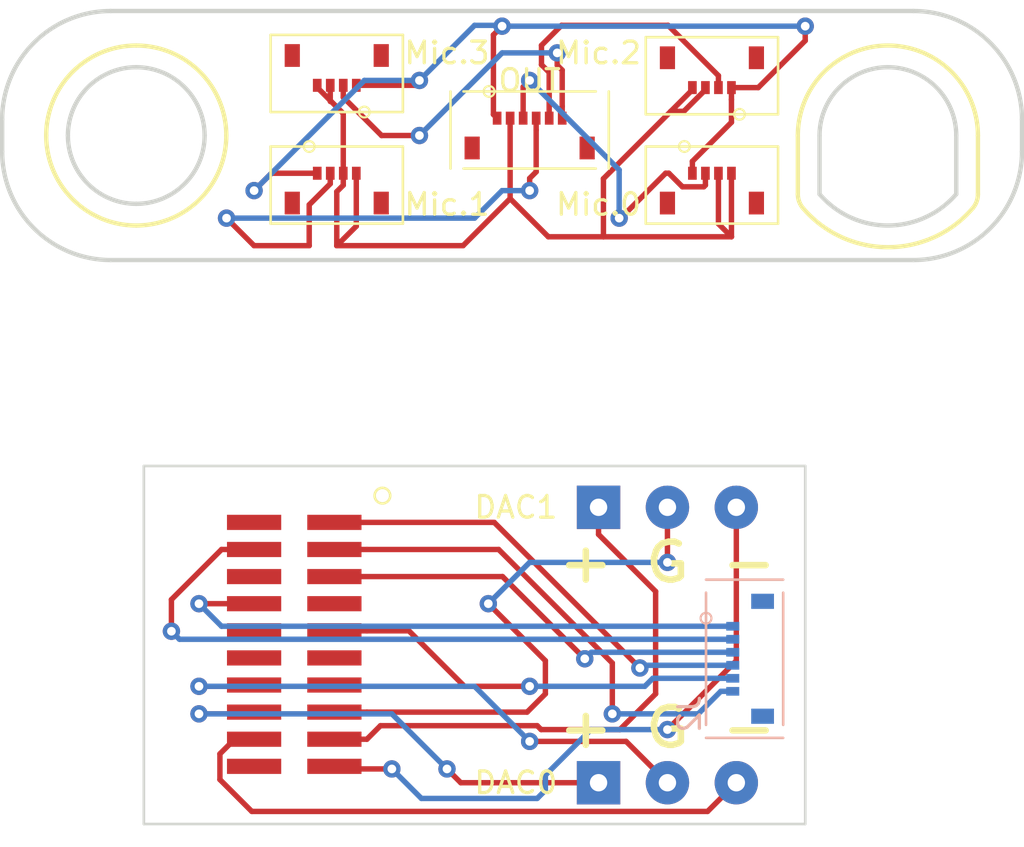
<source format=kicad_pcb>
(kicad_pcb (version 20171130) (host pcbnew "(5.1.4)-1")

  (general
    (thickness 1.6)
    (drawings 32)
    (tracks 185)
    (zones 0)
    (modules 9)
    (nets 27)
  )

  (page A4)
  (layers
    (0 F.Cu signal)
    (31 B.Cu signal)
    (32 B.Adhes user)
    (33 F.Adhes user)
    (34 B.Paste user)
    (35 F.Paste user)
    (36 B.SilkS user)
    (37 F.SilkS user)
    (38 B.Mask user)
    (39 F.Mask user)
    (40 Dwgs.User user)
    (41 Cmts.User user)
    (42 Eco1.User user)
    (43 Eco2.User user)
    (44 Edge.Cuts user)
    (45 Margin user)
    (46 B.CrtYd user)
    (47 F.CrtYd user)
    (48 B.Fab user)
    (49 F.Fab user)
  )

  (setup
    (last_trace_width 0.25)
    (trace_clearance 0.2)
    (zone_clearance 0.508)
    (zone_45_only no)
    (trace_min 0.2)
    (via_size 0.8)
    (via_drill 0.4)
    (via_min_size 0.4)
    (via_min_drill 0.3)
    (uvia_size 0.3)
    (uvia_drill 0.1)
    (uvias_allowed no)
    (uvia_min_size 0.2)
    (uvia_min_drill 0.1)
    (edge_width 0.05)
    (segment_width 0.2)
    (pcb_text_width 0.3)
    (pcb_text_size 1.5 1.5)
    (mod_edge_width 0.12)
    (mod_text_size 1 1)
    (mod_text_width 0.15)
    (pad_size 1.524 1.524)
    (pad_drill 0.762)
    (pad_to_mask_clearance 0.051)
    (solder_mask_min_width 0.25)
    (aux_axis_origin 0 0)
    (visible_elements 7FFFFFFF)
    (pcbplotparams
      (layerselection 0x010fc_ffffffff)
      (usegerberextensions false)
      (usegerberattributes false)
      (usegerberadvancedattributes false)
      (creategerberjobfile false)
      (excludeedgelayer true)
      (linewidth 0.100000)
      (plotframeref false)
      (viasonmask false)
      (mode 1)
      (useauxorigin false)
      (hpglpennumber 1)
      (hpglpenspeed 20)
      (hpglpendiameter 15.000000)
      (psnegative false)
      (psa4output false)
      (plotreference true)
      (plotvalue true)
      (plotinvisibletext false)
      (padsonsilk false)
      (subtractmaskfromsilk false)
      (outputformat 1)
      (mirror false)
      (drillshape 0)
      (scaleselection 1)
      (outputdirectory "Exports/"))
  )

  (net 0 "")
  (net 1 "Net-(J1-Pad20)")
  (net 2 "Net-(J1-Pad19)")
  (net 3 "Net-(J1-Pad18)")
  (net 4 "Net-(J1-Pad17)")
  (net 5 "Net-(J1-Pad16)")
  (net 6 "Net-(J1-Pad15)")
  (net 7 "Net-(J1-Pad14)")
  (net 8 "Net-(J1-Pad13)")
  (net 9 "Net-(J1-Pad12)")
  (net 10 "Net-(J1-Pad11)")
  (net 11 "Net-(J1-Pad10)")
  (net 12 "Net-(J1-Pad9)")
  (net 13 "Net-(J1-Pad8)")
  (net 14 "Net-(J1-Pad7)")
  (net 15 "Net-(J1-Pad6)")
  (net 16 "Net-(J1-Pad5)")
  (net 17 "Net-(J1-Pad4)")
  (net 18 "Net-(J1-Pad3)")
  (net 19 "Net-(J1-Pad2)")
  (net 20 "Net-(J1-Pad1)")
  (net 21 "Net-(J3-Pad6)")
  (net 22 "Net-(J3-Pad5)")
  (net 23 "Net-(J3-Pad4)")
  (net 24 "Net-(J3-Pad3)")
  (net 25 "Net-(J3-Pad2)")
  (net 26 "Net-(J3-Pad1)")

  (net_class Default "This is the default net class."
    (clearance 0.2)
    (trace_width 0.25)
    (via_dia 0.8)
    (via_drill 0.4)
    (uvia_dia 0.3)
    (uvia_drill 0.1)
    (add_net "Net-(J1-Pad1)")
    (add_net "Net-(J1-Pad10)")
    (add_net "Net-(J1-Pad11)")
    (add_net "Net-(J1-Pad12)")
    (add_net "Net-(J1-Pad13)")
    (add_net "Net-(J1-Pad14)")
    (add_net "Net-(J1-Pad15)")
    (add_net "Net-(J1-Pad16)")
    (add_net "Net-(J1-Pad17)")
    (add_net "Net-(J1-Pad18)")
    (add_net "Net-(J1-Pad19)")
    (add_net "Net-(J1-Pad2)")
    (add_net "Net-(J1-Pad20)")
    (add_net "Net-(J1-Pad3)")
    (add_net "Net-(J1-Pad4)")
    (add_net "Net-(J1-Pad5)")
    (add_net "Net-(J1-Pad6)")
    (add_net "Net-(J1-Pad7)")
    (add_net "Net-(J1-Pad8)")
    (add_net "Net-(J1-Pad9)")
    (add_net "Net-(J3-Pad1)")
    (add_net "Net-(J3-Pad2)")
    (add_net "Net-(J3-Pad3)")
    (add_net "Net-(J3-Pad4)")
    (add_net "Net-(J3-Pad5)")
    (add_net "Net-(J3-Pad6)")
  )

  (module Gallant_Harwin:Harwin_20_vert (layer F.Cu) (tedit 5D30A11A) (tstamp 5D5D23E3)
    (at 123.77 128.875 270)
    (path /5D5C6A9D)
    (fp_text reference J1 (at -0.762 -5.596 90) (layer F.Fab)
      (effects (font (size 1 1) (thickness 0.15)))
    )
    (fp_text value Conn_02x10_Top_Bottom (at 0 6.604 90) (layer F.Fab)
      (effects (font (size 1 1) (thickness 0.15)))
    )
    (fp_circle (center -6.858 -4.064) (end -6.49879 -4.064) (layer F.SilkS) (width 0.12))
    (fp_line (start 6.35 -3.556) (end 6.35 3.302) (layer F.Fab) (width 0.05))
    (fp_line (start 6.35 3.302) (end -6.35 3.302) (layer F.Fab) (width 0.05))
    (fp_line (start -6.35 3.302) (end -6.35 -3.556) (layer F.Fab) (width 0.05))
    (fp_line (start -6.35 -3.556) (end 6.35 -3.556) (layer F.Fab) (width 0.05))
    (pad 20 smd rect (at 5.625 1.85 270) (size 0.7 2.5) (layers F.Cu F.Paste F.Mask)
      (net 1 "Net-(J1-Pad20)"))
    (pad 19 smd rect (at 4.375 1.85 270) (size 0.7 2.5) (layers F.Cu F.Paste F.Mask)
      (net 2 "Net-(J1-Pad19)"))
    (pad 18 smd rect (at 3.125 1.85 270) (size 0.7 2.5) (layers F.Cu F.Paste F.Mask)
      (net 3 "Net-(J1-Pad18)"))
    (pad 17 smd rect (at 1.875 1.85 270) (size 0.7 2.5) (layers F.Cu F.Paste F.Mask)
      (net 4 "Net-(J1-Pad17)"))
    (pad 16 smd rect (at 0.625 1.85 270) (size 0.7 2.5) (layers F.Cu F.Paste F.Mask)
      (net 5 "Net-(J1-Pad16)"))
    (pad 15 smd rect (at -0.625 1.85 270) (size 0.7 2.5) (layers F.Cu F.Paste F.Mask)
      (net 6 "Net-(J1-Pad15)"))
    (pad 14 smd rect (at -1.875 1.85 270) (size 0.7 2.5) (layers F.Cu F.Paste F.Mask)
      (net 7 "Net-(J1-Pad14)"))
    (pad 13 smd rect (at -3.125 1.85 270) (size 0.7 2.5) (layers F.Cu F.Paste F.Mask)
      (net 8 "Net-(J1-Pad13)"))
    (pad 12 smd rect (at -4.375 1.85 270) (size 0.7 2.5) (layers F.Cu F.Paste F.Mask)
      (net 9 "Net-(J1-Pad12)"))
    (pad 11 smd rect (at -5.625 1.85 270) (size 0.7 2.5) (layers F.Cu F.Paste F.Mask)
      (net 10 "Net-(J1-Pad11)"))
    (pad 10 smd rect (at 5.625 -1.85 270) (size 0.7 2.5) (layers F.Cu F.Paste F.Mask)
      (net 11 "Net-(J1-Pad10)"))
    (pad 9 smd rect (at 4.375 -1.85 270) (size 0.7 2.5) (layers F.Cu F.Paste F.Mask)
      (net 12 "Net-(J1-Pad9)"))
    (pad 8 smd rect (at 3.125 -1.85 270) (size 0.7 2.5) (layers F.Cu F.Paste F.Mask)
      (net 13 "Net-(J1-Pad8)"))
    (pad 7 smd rect (at 1.875 -1.85 270) (size 0.7 2.5) (layers F.Cu F.Paste F.Mask)
      (net 14 "Net-(J1-Pad7)"))
    (pad 6 smd rect (at 0.625 -1.85 270) (size 0.7 2.5) (layers F.Cu F.Paste F.Mask)
      (net 15 "Net-(J1-Pad6)"))
    (pad 5 smd rect (at -0.625 -1.85 270) (size 0.7 2.5) (layers F.Cu F.Paste F.Mask)
      (net 16 "Net-(J1-Pad5)"))
    (pad 4 smd rect (at -1.875 -1.85 270) (size 0.7 2.5) (layers F.Cu F.Paste F.Mask)
      (net 17 "Net-(J1-Pad4)"))
    (pad 3 smd rect (at -3.125 -1.85 270) (size 0.7 2.5) (layers F.Cu F.Paste F.Mask)
      (net 18 "Net-(J1-Pad3)"))
    (pad 2 smd rect (at -4.375 -1.85 270) (size 0.7 2.5) (layers F.Cu F.Paste F.Mask)
      (net 19 "Net-(J1-Pad2)"))
    (pad 1 smd rect (at -5.625 -1.85 270) (size 0.7 2.5) (layers F.Cu F.Paste F.Mask)
      (net 20 "Net-(J1-Pad1)"))
  )

  (module Connector_Wire:SolderWirePad_1x03_P3.175mm_Drill0.8mm (layer F.Cu) (tedit 5AEE57A0) (tstamp 5D775B4E)
    (at 137.795 122.555)
    (descr "Wire solder connection")
    (tags connector)
    (path /5D788EB9)
    (attr virtual)
    (fp_text reference J9 (at -3.175 1.27) (layer F.Fab)
      (effects (font (size 1 1) (thickness 0.15)))
    )
    (fp_text value DAC1 (at -3.81 0) (layer F.SilkS)
      (effects (font (size 1 1) (thickness 0.15)))
    )
    (fp_line (start 7.85 1.5) (end -1.49 1.5) (layer F.CrtYd) (width 0.05))
    (fp_line (start 7.85 1.5) (end 7.85 -1.5) (layer F.CrtYd) (width 0.05))
    (fp_line (start -1.49 -1.5) (end -1.49 1.5) (layer F.CrtYd) (width 0.05))
    (fp_line (start -1.49 -1.5) (end 7.85 -1.5) (layer F.CrtYd) (width 0.05))
    (fp_text user %R (at 3.175 0) (layer F.Fab)
      (effects (font (size 1 1) (thickness 0.15)))
    )
    (pad 3 thru_hole circle (at 6.35 0) (size 1.99898 1.99898) (drill 0.8001) (layers *.Cu *.Mask)
      (net 11 "Net-(J1-Pad10)"))
    (pad 2 thru_hole circle (at 3.175 0) (size 1.99898 1.99898) (drill 0.8001) (layers *.Cu *.Mask)
      (net 13 "Net-(J1-Pad8)"))
    (pad 1 thru_hole rect (at 0 0) (size 1.99898 1.99898) (drill 0.8001) (layers *.Cu *.Mask)
      (net 12 "Net-(J1-Pad9)"))
  )

  (module Connector_Wire:SolderWirePad_1x03_P3.175mm_Drill0.8mm (layer F.Cu) (tedit 5AEE57A0) (tstamp 5D7757E4)
    (at 137.795 135.255)
    (descr "Wire solder connection")
    (tags connector)
    (path /5D78A5A3)
    (attr virtual)
    (fp_text reference J8 (at -5.08 -1.905) (layer F.Fab)
      (effects (font (size 1 1) (thickness 0.15)))
    )
    (fp_text value DAC0 (at -3.81 0) (layer F.SilkS)
      (effects (font (size 1 1) (thickness 0.15)))
    )
    (fp_text user %R (at 3.175 0) (layer F.Fab)
      (effects (font (size 1 1) (thickness 0.15)))
    )
    (fp_line (start -1.49 -1.5) (end 7.85 -1.5) (layer F.CrtYd) (width 0.05))
    (fp_line (start -1.49 -1.5) (end -1.49 1.5) (layer F.CrtYd) (width 0.05))
    (fp_line (start 7.85 1.5) (end 7.85 -1.5) (layer F.CrtYd) (width 0.05))
    (fp_line (start 7.85 1.5) (end -1.49 1.5) (layer F.CrtYd) (width 0.05))
    (pad 1 thru_hole rect (at 0 0) (size 1.99898 1.99898) (drill 0.8001) (layers *.Cu *.Mask)
      (net 3 "Net-(J1-Pad18)"))
    (pad 2 thru_hole circle (at 3.175 0) (size 1.99898 1.99898) (drill 0.8001) (layers *.Cu *.Mask)
      (net 4 "Net-(J1-Pad17)"))
    (pad 3 thru_hole circle (at 6.35 0) (size 1.99898 1.99898) (drill 0.8001) (layers *.Cu *.Mask)
      (net 2 "Net-(J1-Pad19)"))
  )

  (module Gallant_Redstone:SM04B-XSRS-ETB (layer F.Cu) (tedit 5D31D3A9) (tstamp 5D5D2AB0)
    (at 125.73 102.295 180)
    (path /5D5C49D1)
    (fp_text reference Mic.3 (at -5.08 0.695) (layer F.SilkS)
      (effects (font (size 1 1) (thickness 0.15)))
    )
    (fp_text value Conn_01x04 (at 0 2.286) (layer F.Fab)
      (effects (font (size 1 1) (thickness 0.15)))
    )
    (fp_line (start -2.794 -1.524) (end -2.794 1.27) (layer F.Fab) (width 0.05))
    (fp_line (start 2.794 -1.524) (end -2.794 -1.524) (layer F.Fab) (width 0.05))
    (fp_line (start 2.794 1.27) (end 2.794 -1.524) (layer F.Fab) (width 0.05))
    (fp_line (start -2.794 1.27) (end 2.794 1.27) (layer F.Fab) (width 0.05))
    (fp_circle (center -1.27 -2.032) (end -1.02 -2.032) (layer F.SilkS) (width 0.1))
    (fp_line (start -3.048 -2.032) (end 3.048 -2.032) (layer F.SilkS) (width 0.12))
    (fp_line (start 3.048 -2.032) (end 3.048 1.524) (layer F.SilkS) (width 0.12))
    (fp_line (start 3.048 1.524) (end -3.048 1.524) (layer F.SilkS) (width 0.12))
    (fp_line (start -3.048 1.524) (end -3.048 -2.032) (layer F.SilkS) (width 0.12))
    (pad 0 smd rect (at 2.05 0.575 180) (size 0.7 1.05) (layers F.Cu F.Paste F.Mask))
    (pad 0 smd rect (at -2.05 0.575 180) (size 0.7 1.05) (layers F.Cu F.Paste F.Mask))
    (pad 4 smd rect (at 0.9 -0.8 180) (size 0.4 0.6) (layers F.Cu F.Paste F.Mask)
      (net 25 "Net-(J3-Pad2)"))
    (pad 3 smd rect (at 0.3 -0.8 180) (size 0.4 0.6) (layers F.Cu F.Paste F.Mask)
      (net 25 "Net-(J3-Pad2)"))
    (pad 2 smd rect (at -0.3 -0.8 180) (size 0.4 0.6) (layers F.Cu F.Paste F.Mask)
      (net 21 "Net-(J3-Pad6)"))
    (pad 1 smd rect (at -0.9 -0.8 180) (size 0.4 0.6) (layers F.Cu F.Paste F.Mask)
      (net 26 "Net-(J3-Pad1)"))
  )

  (module Gallant_Redstone:SM04B-XSRS-ETB (layer F.Cu) (tedit 5D31D3A9) (tstamp 5D5D2AE6)
    (at 143.02 102.4 180)
    (path /5D5C43AC)
    (fp_text reference Mic.2 (at 5.225 0.8) (layer F.SilkS)
      (effects (font (size 1 1) (thickness 0.15)))
    )
    (fp_text value Conn_01x04 (at 0 2.286) (layer F.Fab)
      (effects (font (size 1 1) (thickness 0.15)))
    )
    (fp_line (start -2.794 -1.524) (end -2.794 1.27) (layer F.Fab) (width 0.05))
    (fp_line (start 2.794 -1.524) (end -2.794 -1.524) (layer F.Fab) (width 0.05))
    (fp_line (start 2.794 1.27) (end 2.794 -1.524) (layer F.Fab) (width 0.05))
    (fp_line (start -2.794 1.27) (end 2.794 1.27) (layer F.Fab) (width 0.05))
    (fp_circle (center -1.27 -2.032) (end -1.02 -2.032) (layer F.SilkS) (width 0.1))
    (fp_line (start -3.048 -2.032) (end 3.048 -2.032) (layer F.SilkS) (width 0.12))
    (fp_line (start 3.048 -2.032) (end 3.048 1.524) (layer F.SilkS) (width 0.12))
    (fp_line (start 3.048 1.524) (end -3.048 1.524) (layer F.SilkS) (width 0.12))
    (fp_line (start -3.048 1.524) (end -3.048 -2.032) (layer F.SilkS) (width 0.12))
    (pad 0 smd rect (at 2.05 0.575 180) (size 0.7 1.05) (layers F.Cu F.Paste F.Mask))
    (pad 0 smd rect (at -2.05 0.575 180) (size 0.7 1.05) (layers F.Cu F.Paste F.Mask))
    (pad 4 smd rect (at 0.9 -0.8 180) (size 0.4 0.6) (layers F.Cu F.Paste F.Mask)
      (net 25 "Net-(J3-Pad2)"))
    (pad 3 smd rect (at 0.3 -0.8 180) (size 0.4 0.6) (layers F.Cu F.Paste F.Mask)
      (net 25 "Net-(J3-Pad2)"))
    (pad 2 smd rect (at -0.3 -0.8 180) (size 0.4 0.6) (layers F.Cu F.Paste F.Mask)
      (net 22 "Net-(J3-Pad5)"))
    (pad 1 smd rect (at -0.9 -0.8 180) (size 0.4 0.6) (layers F.Cu F.Paste F.Mask)
      (net 26 "Net-(J3-Pad1)"))
  )

  (module Gallant_Redstone:SM04B-XSRS-ETB (layer F.Cu) (tedit 5D31D3A9) (tstamp 5D5D2B52)
    (at 125.73 107.95)
    (path /5D5C3FDD)
    (fp_text reference Mic.1 (at 5.08 0.635) (layer F.SilkS)
      (effects (font (size 1 1) (thickness 0.15)))
    )
    (fp_text value Conn_01x04 (at 0 2.286) (layer F.Fab)
      (effects (font (size 1 1) (thickness 0.15)))
    )
    (fp_line (start -3.048 1.524) (end -3.048 -2.032) (layer F.SilkS) (width 0.12))
    (fp_line (start 3.048 1.524) (end -3.048 1.524) (layer F.SilkS) (width 0.12))
    (fp_line (start 3.048 -2.032) (end 3.048 1.524) (layer F.SilkS) (width 0.12))
    (fp_line (start -3.048 -2.032) (end 3.048 -2.032) (layer F.SilkS) (width 0.12))
    (fp_circle (center -1.27 -2.032) (end -1.02 -2.032) (layer F.SilkS) (width 0.1))
    (fp_line (start -2.794 1.27) (end 2.794 1.27) (layer F.Fab) (width 0.05))
    (fp_line (start 2.794 1.27) (end 2.794 -1.524) (layer F.Fab) (width 0.05))
    (fp_line (start 2.794 -1.524) (end -2.794 -1.524) (layer F.Fab) (width 0.05))
    (fp_line (start -2.794 -1.524) (end -2.794 1.27) (layer F.Fab) (width 0.05))
    (pad 1 smd rect (at -0.9 -0.8) (size 0.4 0.6) (layers F.Cu F.Paste F.Mask)
      (net 26 "Net-(J3-Pad1)"))
    (pad 2 smd rect (at -0.3 -0.8) (size 0.4 0.6) (layers F.Cu F.Paste F.Mask)
      (net 23 "Net-(J3-Pad4)"))
    (pad 3 smd rect (at 0.3 -0.8) (size 0.4 0.6) (layers F.Cu F.Paste F.Mask)
      (net 25 "Net-(J3-Pad2)"))
    (pad 4 smd rect (at 0.9 -0.8) (size 0.4 0.6) (layers F.Cu F.Paste F.Mask)
      (net 25 "Net-(J3-Pad2)"))
    (pad 0 smd rect (at -2.05 0.575) (size 0.7 1.05) (layers F.Cu F.Paste F.Mask))
    (pad 0 smd rect (at 2.05 0.575) (size 0.7 1.05) (layers F.Cu F.Paste F.Mask))
  )

  (module Gallant_Redstone:SM04B-XSRS-ETB (layer F.Cu) (tedit 5D31D3A9) (tstamp 5D5D2B1C)
    (at 143.02 107.95)
    (path /5D5C2E62)
    (fp_text reference Mic.0 (at -5.225 0.635) (layer F.SilkS)
      (effects (font (size 1 1) (thickness 0.15)))
    )
    (fp_text value Conn_01x04 (at 0 2.286) (layer F.Fab)
      (effects (font (size 1 1) (thickness 0.15)))
    )
    (fp_line (start -2.794 -1.524) (end -2.794 1.27) (layer F.Fab) (width 0.05))
    (fp_line (start 2.794 -1.524) (end -2.794 -1.524) (layer F.Fab) (width 0.05))
    (fp_line (start 2.794 1.27) (end 2.794 -1.524) (layer F.Fab) (width 0.05))
    (fp_line (start -2.794 1.27) (end 2.794 1.27) (layer F.Fab) (width 0.05))
    (fp_circle (center -1.27 -2.032) (end -1.02 -2.032) (layer F.SilkS) (width 0.1))
    (fp_line (start -3.048 -2.032) (end 3.048 -2.032) (layer F.SilkS) (width 0.12))
    (fp_line (start 3.048 -2.032) (end 3.048 1.524) (layer F.SilkS) (width 0.12))
    (fp_line (start 3.048 1.524) (end -3.048 1.524) (layer F.SilkS) (width 0.12))
    (fp_line (start -3.048 1.524) (end -3.048 -2.032) (layer F.SilkS) (width 0.12))
    (pad 0 smd rect (at 2.05 0.575) (size 0.7 1.05) (layers F.Cu F.Paste F.Mask))
    (pad 0 smd rect (at -2.05 0.575) (size 0.7 1.05) (layers F.Cu F.Paste F.Mask))
    (pad 4 smd rect (at 0.9 -0.8) (size 0.4 0.6) (layers F.Cu F.Paste F.Mask)
      (net 25 "Net-(J3-Pad2)"))
    (pad 3 smd rect (at 0.3 -0.8) (size 0.4 0.6) (layers F.Cu F.Paste F.Mask)
      (net 25 "Net-(J3-Pad2)"))
    (pad 2 smd rect (at -0.3 -0.8) (size 0.4 0.6) (layers F.Cu F.Paste F.Mask)
      (net 24 "Net-(J3-Pad3)"))
    (pad 1 smd rect (at -0.9 -0.8) (size 0.4 0.6) (layers F.Cu F.Paste F.Mask)
      (net 26 "Net-(J3-Pad1)"))
  )

  (module Gallant_Redstone:SM06B-XSRS-ETB (layer F.Cu) (tedit 5D31D415) (tstamp 5D5D240D)
    (at 134.62 105.41)
    (path /5D5C4B2A)
    (fp_text reference OUT (at 0 -2.54) (layer F.SilkS)
      (effects (font (size 1 1) (thickness 0.15)))
    )
    (fp_text value Conn_01x06 (at 0 -2.54 180) (layer F.Fab)
      (effects (font (size 1 1) (thickness 0.15)))
    )
    (fp_line (start -3.394 -1.524) (end -3.394 1.27) (layer F.Fab) (width 0.05))
    (fp_line (start 2.794 -1.524) (end -2.794 -1.524) (layer F.Fab) (width 0.05))
    (fp_line (start 3.394 1.27) (end 3.394 -1.524) (layer F.Fab) (width 0.05))
    (fp_line (start -2.794 1.27) (end 2.794 1.27) (layer F.Fab) (width 0.05))
    (fp_circle (center -1.87 -2.032) (end -1.62 -2.032) (layer F.SilkS) (width 0.1))
    (fp_line (start -3.048 -2.032) (end 3.048 -2.032) (layer F.SilkS) (width 0.12))
    (fp_line (start 3.648 -2.032) (end 3.648 1.524) (layer F.SilkS) (width 0.12))
    (fp_line (start 3.048 1.524) (end -3.048 1.524) (layer F.SilkS) (width 0.12))
    (fp_line (start -3.648 1.524) (end -3.648 -2.032) (layer F.SilkS) (width 0.12))
    (pad 6 smd rect (at 1.5 -0.8) (size 0.4 0.6) (layers F.Cu F.Paste F.Mask)
      (net 21 "Net-(J3-Pad6)"))
    (pad 5 smd rect (at 0.9 -0.8) (size 0.4 0.6) (layers F.Cu F.Paste F.Mask)
      (net 22 "Net-(J3-Pad5)"))
    (pad 0 smd rect (at 2.65 0.575) (size 0.7 1.05) (layers F.Cu F.Paste F.Mask))
    (pad 0 smd rect (at -2.65 0.575) (size 0.7 1.05) (layers F.Cu F.Paste F.Mask))
    (pad 4 smd rect (at 0.3 -0.8) (size 0.4 0.6) (layers F.Cu F.Paste F.Mask)
      (net 23 "Net-(J3-Pad4)"))
    (pad 3 smd rect (at -0.3 -0.8) (size 0.4 0.6) (layers F.Cu F.Paste F.Mask)
      (net 24 "Net-(J3-Pad3)"))
    (pad 2 smd rect (at -0.9 -0.8) (size 0.4 0.6) (layers F.Cu F.Paste F.Mask)
      (net 25 "Net-(J3-Pad2)"))
    (pad 1 smd rect (at -1.5 -0.8) (size 0.4 0.6) (layers F.Cu F.Paste F.Mask)
      (net 26 "Net-(J3-Pad1)"))
  )

  (module Gallant_Redstone:SM06B-XSRS-ETB (layer B.Cu) (tedit 5D31D415) (tstamp 5D5D23F8)
    (at 144.78 129.54 270)
    (path /5D5C6708)
    (fp_text reference J2 (at 2.54 2.794 270) (layer B.SilkS)
      (effects (font (size 1 1) (thickness 0.15)) (justify mirror))
    )
    (fp_text value Conn_01x06 (at 0 -2.286 270) (layer B.Fab)
      (effects (font (size 1 1) (thickness 0.15)) (justify mirror))
    )
    (fp_line (start -3.394 1.524) (end -3.394 -1.27) (layer B.Fab) (width 0.05))
    (fp_line (start 2.794 1.524) (end -2.794 1.524) (layer B.Fab) (width 0.05))
    (fp_line (start 3.394 -1.27) (end 3.394 1.524) (layer B.Fab) (width 0.05))
    (fp_line (start -2.794 -1.27) (end 2.794 -1.27) (layer B.Fab) (width 0.05))
    (fp_circle (center -1.87 2.032) (end -1.62 2.032) (layer B.SilkS) (width 0.1))
    (fp_line (start -3.048 2.032) (end 3.048 2.032) (layer B.SilkS) (width 0.12))
    (fp_line (start 3.648 2.032) (end 3.648 -1.524) (layer B.SilkS) (width 0.12))
    (fp_line (start 3.048 -1.524) (end -3.048 -1.524) (layer B.SilkS) (width 0.12))
    (fp_line (start -3.648 -1.524) (end -3.648 2.032) (layer B.SilkS) (width 0.12))
    (pad 6 smd rect (at 1.5 0.8 270) (size 0.4 0.6) (layers B.Cu B.Paste B.Mask)
      (net 19 "Net-(J1-Pad2)"))
    (pad 5 smd rect (at 0.9 0.8 270) (size 0.4 0.6) (layers B.Cu B.Paste B.Mask)
      (net 16 "Net-(J1-Pad5)"))
    (pad 0 smd rect (at 2.65 -0.575 270) (size 0.7 1.05) (layers B.Cu B.Paste B.Mask))
    (pad 0 smd rect (at -2.65 -0.575 270) (size 0.7 1.05) (layers B.Cu B.Paste B.Mask))
    (pad 4 smd rect (at 0.3 0.8 270) (size 0.4 0.6) (layers B.Cu B.Paste B.Mask)
      (net 20 "Net-(J1-Pad1)"))
    (pad 3 smd rect (at -0.3 0.8 270) (size 0.4 0.6) (layers B.Cu B.Paste B.Mask)
      (net 18 "Net-(J1-Pad3)"))
    (pad 2 smd rect (at -0.9 0.8 270) (size 0.4 0.6) (layers B.Cu B.Paste B.Mask)
      (net 9 "Net-(J1-Pad12)"))
    (pad 1 smd rect (at -1.5 0.8 270) (size 0.4 0.6) (layers B.Cu B.Paste B.Mask)
      (net 7 "Net-(J1-Pad14)"))
  )

  (gr_text "+ G -" (at 140.97 132.715) (layer F.SilkS) (tstamp 5D775ABC)
    (effects (font (size 1.75 2) (thickness 0.3)))
  )
  (gr_text "+ G -" (at 140.97 125.095) (layer F.SilkS)
    (effects (font (size 1.75 2) (thickness 0.3)))
  )
  (gr_line (start 147.32 120.65) (end 116.84 120.65) (layer Edge.Cuts) (width 0.12) (tstamp 5D5EB696))
  (gr_line (start 147.32 137.16) (end 147.32 120.65) (layer Edge.Cuts) (width 0.12))
  (gr_line (start 116.84 137.16) (end 147.32 137.16) (layer Edge.Cuts) (width 0.12))
  (gr_line (start 116.84 120.65) (end 116.84 137.16) (layer Edge.Cuts) (width 0.12))
  (gr_arc (start 147.98 108.111852) (end 146.98 108.111852) (angle -40.6) (layer F.SilkS) (width 0.2))
  (gr_arc (start 116.488984 105.410001) (end 119.638984 105.41) (angle -90) (layer Edge.Cuts) (width 0.2))
  (gr_line (start 115.309492 99.668167) (end 152.309492 99.668167) (layer Edge.Cuts) (width 0.2))
  (gr_line (start 155.28 105.410001) (end 155.279999 108.111852) (layer F.SilkS) (width 0.2))
  (gr_line (start 147.98 108.111852) (end 147.98 105.41) (layer Edge.Cuts) (width 0.2))
  (gr_arc (start 115.309491 104.668167) (end 115.309492 99.668167) (angle -90) (layer Edge.Cuts) (width 0.2))
  (gr_line (start 146.98 108.111852) (end 146.98 105.410001) (layer F.SilkS) (width 0.2))
  (gr_arc (start 116.488984 105.41) (end 120.638984 105.41) (angle -90) (layer F.SilkS) (width 0.2))
  (gr_line (start 154.28 105.41) (end 154.279999 108.111852) (layer Edge.Cuts) (width 0.2))
  (gr_arc (start 116.488984 105.41) (end 116.488983 102.26) (angle -90) (layer Edge.Cuts) (width 0.2))
  (gr_arc (start 154.279999 108.111852) (end 155.039036 108.7629) (angle -40.6) (layer F.SilkS) (width 0.2))
  (gr_arc (start 116.488984 105.41) (end 116.488983 101.26) (angle -90) (layer F.SilkS) (width 0.2))
  (gr_arc (start 151.13 105.41) (end 147.220963 108.7629) (angle -98.8) (layer F.SilkS) (width 0.2))
  (gr_arc (start 115.309492 106.151833) (end 110.309492 106.151833) (angle -90) (layer Edge.Cuts) (width 0.2))
  (gr_arc (start 152.309492 106.151834) (end 152.309492 111.151833) (angle -90) (layer Edge.Cuts) (width 0.2))
  (gr_line (start 110.309492 106.151833) (end 110.309492 104.668167) (layer Edge.Cuts) (width 0.2))
  (gr_line (start 152.309492 111.151833) (end 115.309492 111.151833) (layer Edge.Cuts) (width 0.2))
  (gr_arc (start 116.488983 105.410001) (end 112.338984 105.410001) (angle -90) (layer F.SilkS) (width 0.2))
  (gr_line (start 157.309492 104.668167) (end 157.309492 106.151833) (layer Edge.Cuts) (width 0.2))
  (gr_arc (start 116.488984 105.410001) (end 113.338984 105.41) (angle -90) (layer Edge.Cuts) (width 0.2))
  (gr_arc (start 151.13 105.41) (end 147.98 108.111852) (angle -98.7586) (layer Edge.Cuts) (width 0.2))
  (gr_arc (start 116.488984 105.41) (end 116.488984 109.56) (angle -90) (layer F.SilkS) (width 0.2))
  (gr_arc (start 116.488984 105.41) (end 116.488983 108.56) (angle -90) (layer Edge.Cuts) (width 0.2))
  (gr_arc (start 151.13 105.410001) (end 155.28 105.410001) (angle -180) (layer F.SilkS) (width 0.2))
  (gr_arc (start 152.309492 104.668167) (end 157.309492 104.668167) (angle -90) (layer Edge.Cuts) (width 0.2))
  (gr_arc (start 151.13 105.41) (end 154.28 105.41) (angle -180) (layer Edge.Cuts) (width 0.2))

  (segment (start 121.02 133.25) (end 121.92 133.25) (width 0.25) (layer F.Cu) (net 2))
  (segment (start 120.344999 133.925001) (end 121.02 133.25) (width 0.25) (layer F.Cu) (net 2))
  (segment (start 120.344999 135.110001) (end 120.344999 133.925001) (width 0.25) (layer F.Cu) (net 2))
  (segment (start 121.814489 136.579491) (end 120.344999 135.110001) (width 0.25) (layer F.Cu) (net 2))
  (segment (start 142.820509 136.579491) (end 121.814489 136.579491) (width 0.25) (layer F.Cu) (net 2))
  (segment (start 144.145 135.255) (end 142.820509 136.579491) (width 0.25) (layer F.Cu) (net 2))
  (via (at 130.81 134.62) (size 0.8) (drill 0.4) (layers F.Cu B.Cu) (net 3))
  (segment (start 137.795 135.255) (end 131.445 135.255) (width 0.25) (layer F.Cu) (net 3))
  (segment (start 131.445 135.255) (end 130.81 134.62) (width 0.25) (layer F.Cu) (net 3))
  (via (at 119.38 132.08) (size 0.8) (drill 0.4) (layers F.Cu B.Cu) (net 3))
  (segment (start 130.81 134.62) (end 128.27 132.08) (width 0.25) (layer B.Cu) (net 3))
  (segment (start 128.27 132.08) (end 119.38 132.08) (width 0.25) (layer B.Cu) (net 3))
  (segment (start 119.38 132.08) (end 122.555 132.08) (width 0.25) (layer F.Cu) (net 3))
  (via (at 134.62 133.35) (size 0.8) (drill 0.4) (layers F.Cu B.Cu) (net 4))
  (segment (start 140.97 135.255) (end 139.065 133.35) (width 0.25) (layer F.Cu) (net 4))
  (segment (start 139.065 133.35) (end 134.62 133.35) (width 0.25) (layer F.Cu) (net 4))
  (segment (start 134.62 133.35) (end 132.08 130.81) (width 0.25) (layer B.Cu) (net 4))
  (via (at 119.38 130.81) (size 0.8) (drill 0.4) (layers F.Cu B.Cu) (net 4))
  (segment (start 132.08 130.81) (end 119.38 130.81) (width 0.25) (layer B.Cu) (net 4))
  (segment (start 121.86 130.81) (end 121.92 130.75) (width 0.25) (layer F.Cu) (net 4))
  (segment (start 119.38 130.81) (end 121.86 130.81) (width 0.25) (layer F.Cu) (net 4))
  (segment (start 121.92 127) (end 121.02 127) (width 0.25) (layer F.Cu) (net 7))
  (via (at 119.38 127) (size 0.8) (drill 0.4) (layers F.Cu B.Cu) (net 7))
  (segment (start 143.98 128.04) (end 120.42 128.04) (width 0.25) (layer B.Cu) (net 7))
  (segment (start 120.42 128.04) (end 119.38 127) (width 0.25) (layer B.Cu) (net 7))
  (segment (start 119.38 127) (end 121.92 127) (width 0.25) (layer F.Cu) (net 7))
  (via (at 118.11 128.27) (size 0.8) (drill 0.4) (layers F.Cu B.Cu) (net 9))
  (segment (start 143.98 128.64) (end 118.48 128.64) (width 0.25) (layer B.Cu) (net 9))
  (segment (start 118.48 128.64) (end 118.11 128.27) (width 0.25) (layer B.Cu) (net 9))
  (segment (start 120.42 124.5) (end 121.92 124.5) (width 0.25) (layer F.Cu) (net 9))
  (segment (start 118.11 126.81) (end 120.42 124.5) (width 0.25) (layer F.Cu) (net 9))
  (segment (start 118.11 128.27) (end 118.11 126.81) (width 0.25) (layer F.Cu) (net 9))
  (via (at 140.97 132.805) (size 0.8) (drill 0.4) (layers F.Cu B.Cu) (net 11))
  (segment (start 144.145 122.555) (end 144.145 129.63) (width 0.25) (layer F.Cu) (net 11))
  (segment (start 144.145 129.63) (end 140.97 132.805) (width 0.25) (layer F.Cu) (net 11))
  (via (at 128.27 134.62) (size 0.8) (drill 0.4) (layers F.Cu B.Cu) (net 11))
  (segment (start 137.447 132.805) (end 135.345001 134.906999) (width 0.25) (layer B.Cu) (net 11))
  (segment (start 140.97 132.805) (end 137.447 132.805) (width 0.25) (layer B.Cu) (net 11))
  (segment (start 135.345001 134.906999) (end 135.345001 135.603001) (width 0.25) (layer B.Cu) (net 11))
  (segment (start 135.345001 135.603001) (end 134.968001 135.980001) (width 0.25) (layer B.Cu) (net 11))
  (segment (start 134.968001 135.980001) (end 129.630001 135.980001) (width 0.25) (layer B.Cu) (net 11))
  (segment (start 129.630001 135.980001) (end 128.27 134.62) (width 0.25) (layer B.Cu) (net 11))
  (segment (start 125.74 134.62) (end 125.62 134.5) (width 0.25) (layer F.Cu) (net 11))
  (segment (start 128.27 134.62) (end 125.74 134.62) (width 0.25) (layer F.Cu) (net 11))
  (segment (start 127.12 133.25) (end 125.62 133.25) (width 0.25) (layer F.Cu) (net 12))
  (segment (start 135.148003 132.805001) (end 134.968001 132.624999) (width 0.25) (layer F.Cu) (net 12))
  (segment (start 138.778001 132.805001) (end 135.148003 132.805001) (width 0.25) (layer F.Cu) (net 12))
  (segment (start 127.745001 132.624999) (end 127.12 133.25) (width 0.25) (layer F.Cu) (net 12))
  (segment (start 140.425001 131.158001) (end 138.778001 132.805001) (width 0.25) (layer F.Cu) (net 12))
  (segment (start 134.968001 132.624999) (end 127.745001 132.624999) (width 0.25) (layer F.Cu) (net 12))
  (segment (start 140.425001 126.434491) (end 140.425001 131.158001) (width 0.25) (layer F.Cu) (net 12))
  (segment (start 137.795 123.80449) (end 140.425001 126.434491) (width 0.25) (layer F.Cu) (net 12))
  (segment (start 137.795 122.555) (end 137.795 123.80449) (width 0.25) (layer F.Cu) (net 12))
  (via (at 140.97 125.095) (size 0.8) (drill 0.4) (layers F.Cu B.Cu) (net 13))
  (segment (start 140.97 122.555) (end 140.97 125.095) (width 0.25) (layer F.Cu) (net 13))
  (segment (start 140.97 125.095) (end 134.62 125.095) (width 0.25) (layer B.Cu) (net 13))
  (via (at 132.715 127) (size 0.8) (drill 0.4) (layers F.Cu B.Cu) (net 13))
  (segment (start 134.62 125.095) (end 132.715 127) (width 0.25) (layer B.Cu) (net 13))
  (segment (start 127.12 132) (end 125.62 132) (width 0.25) (layer F.Cu) (net 13))
  (segment (start 134.503002 132) (end 127.12 132) (width 0.25) (layer F.Cu) (net 13))
  (segment (start 135.345001 131.158001) (end 134.503002 132) (width 0.25) (layer F.Cu) (net 13))
  (segment (start 135.345001 129.630001) (end 135.345001 131.158001) (width 0.25) (layer F.Cu) (net 13))
  (segment (start 132.715 127) (end 135.345001 129.630001) (width 0.25) (layer F.Cu) (net 13))
  (via (at 134.62 130.81) (size 0.8) (drill 0.4) (layers F.Cu B.Cu) (net 16))
  (segment (start 139.928002 130.81) (end 134.62 130.81) (width 0.25) (layer B.Cu) (net 16))
  (segment (start 143.98 130.44) (end 140.298002 130.44) (width 0.25) (layer B.Cu) (net 16))
  (segment (start 140.298002 130.44) (end 139.928002 130.81) (width 0.25) (layer B.Cu) (net 16))
  (segment (start 127.12 128.25) (end 125.62 128.25) (width 0.25) (layer F.Cu) (net 16))
  (segment (start 129.055002 128.25) (end 127.12 128.25) (width 0.25) (layer F.Cu) (net 16))
  (segment (start 131.615002 130.81) (end 129.055002 128.25) (width 0.25) (layer F.Cu) (net 16))
  (segment (start 134.62 130.81) (end 131.615002 130.81) (width 0.25) (layer F.Cu) (net 16))
  (via (at 137.16 129.54) (size 0.8) (drill 0.4) (layers F.Cu B.Cu) (net 18))
  (segment (start 143.98 129.24) (end 137.46 129.24) (width 0.25) (layer B.Cu) (net 18))
  (segment (start 137.46 129.24) (end 137.16 129.54) (width 0.25) (layer B.Cu) (net 18))
  (segment (start 133.37 125.75) (end 125.62 125.75) (width 0.25) (layer F.Cu) (net 18))
  (segment (start 137.16 129.54) (end 133.37 125.75) (width 0.25) (layer F.Cu) (net 18))
  (via (at 138.43 132.08) (size 0.8) (drill 0.4) (layers F.Cu B.Cu) (net 19))
  (segment (start 142.39 132.08) (end 138.43 132.08) (width 0.25) (layer B.Cu) (net 19))
  (segment (start 143.98 131.04) (end 143.43 131.04) (width 0.25) (layer B.Cu) (net 19))
  (segment (start 143.43 131.04) (end 142.39 132.08) (width 0.25) (layer B.Cu) (net 19))
  (segment (start 127.12 124.5) (end 125.62 124.5) (width 0.25) (layer F.Cu) (net 19))
  (segment (start 133.193002 124.5) (end 127.12 124.5) (width 0.25) (layer F.Cu) (net 19))
  (segment (start 138.43 129.736998) (end 133.193002 124.5) (width 0.25) (layer F.Cu) (net 19))
  (segment (start 138.43 132.08) (end 138.43 129.736998) (width 0.25) (layer F.Cu) (net 19))
  (via (at 139.7 129.965) (size 0.8) (drill 0.4) (layers F.Cu B.Cu) (net 20))
  (segment (start 143.98 129.84) (end 139.825 129.84) (width 0.25) (layer B.Cu) (net 20))
  (segment (start 139.825 129.84) (end 139.7 129.965) (width 0.25) (layer B.Cu) (net 20))
  (segment (start 132.985 123.25) (end 125.62 123.25) (width 0.25) (layer F.Cu) (net 20))
  (segment (start 139.7 129.965) (end 132.985 123.25) (width 0.25) (layer F.Cu) (net 20))
  (via (at 129.54 105.41) (size 0.8) (drill 0.4) (layers F.Cu B.Cu) (net 21))
  (segment (start 127.795 105.41) (end 129.54 105.41) (width 0.25) (layer F.Cu) (net 21))
  (segment (start 126.03 103.095) (end 126.03 103.645) (width 0.25) (layer F.Cu) (net 21))
  (segment (start 126.03 103.645) (end 127.795 105.41) (width 0.25) (layer F.Cu) (net 21))
  (segment (start 129.54 105.41) (end 133.35 101.6) (width 0.25) (layer B.Cu) (net 21))
  (via (at 135.89 101.6) (size 0.8) (drill 0.4) (layers F.Cu B.Cu) (net 21))
  (segment (start 133.35 101.6) (end 135.89 101.6) (width 0.25) (layer B.Cu) (net 21))
  (segment (start 136.12 104.06) (end 136.12 104.61) (width 0.25) (layer F.Cu) (net 21))
  (segment (start 136.12 102.395685) (end 136.12 104.06) (width 0.25) (layer F.Cu) (net 21))
  (segment (start 135.89 102.165685) (end 136.12 102.395685) (width 0.25) (layer F.Cu) (net 21))
  (segment (start 135.89 101.6) (end 135.89 102.165685) (width 0.25) (layer F.Cu) (net 21))
  (segment (start 135.52 104.06) (end 135.52 104.61) (width 0.25) (layer F.Cu) (net 22))
  (segment (start 135.52 102.5) (end 135.52 104.06) (width 0.25) (layer F.Cu) (net 22))
  (segment (start 135.164999 102.144999) (end 135.52 102.5) (width 0.25) (layer F.Cu) (net 22))
  (segment (start 135.164999 101.251999) (end 135.164999 102.144999) (width 0.25) (layer F.Cu) (net 22))
  (segment (start 136.086998 100.33) (end 135.164999 101.251999) (width 0.25) (layer F.Cu) (net 22))
  (segment (start 141 100.33) (end 136.086998 100.33) (width 0.25) (layer F.Cu) (net 22))
  (segment (start 143.32 102.65) (end 141 100.33) (width 0.25) (layer F.Cu) (net 22))
  (segment (start 143.32 103.2) (end 143.32 102.65) (width 0.25) (layer F.Cu) (net 22))
  (segment (start 125.43 107.635002) (end 124.46 108.605002) (width 0.25) (layer F.Cu) (net 23))
  (segment (start 125.43 107.15) (end 125.43 107.635002) (width 0.25) (layer F.Cu) (net 23))
  (segment (start 124.46 108.605002) (end 124.46 110.49) (width 0.25) (layer F.Cu) (net 23))
  (via (at 120.65 109.22) (size 0.8) (drill 0.4) (layers F.Cu B.Cu) (net 23))
  (segment (start 124.46 110.49) (end 121.92 110.49) (width 0.25) (layer F.Cu) (net 23))
  (segment (start 121.92 110.49) (end 120.65 109.22) (width 0.25) (layer F.Cu) (net 23))
  (via (at 134.62 107.95) (size 0.8) (drill 0.4) (layers F.Cu B.Cu) (net 23))
  (segment (start 133.35 107.95) (end 134.62 107.95) (width 0.25) (layer B.Cu) (net 23))
  (segment (start 120.65 109.22) (end 132.08 109.22) (width 0.25) (layer B.Cu) (net 23))
  (segment (start 132.08 109.22) (end 133.35 107.95) (width 0.25) (layer B.Cu) (net 23))
  (segment (start 134.92 105.16) (end 134.92 104.61) (width 0.25) (layer F.Cu) (net 23))
  (segment (start 134.92 107.084315) (end 134.92 105.16) (width 0.25) (layer F.Cu) (net 23))
  (segment (start 134.62 107.384315) (end 134.92 107.084315) (width 0.25) (layer F.Cu) (net 23))
  (segment (start 134.62 107.95) (end 134.62 107.384315) (width 0.25) (layer F.Cu) (net 23))
  (segment (start 138.814998 109.22) (end 138.745 109.22) (width 0.25) (layer F.Cu) (net 24))
  (segment (start 142.72 107.7) (end 142.644999 107.775001) (width 0.25) (layer F.Cu) (net 24))
  (segment (start 142.72 107.15) (end 142.72 107.7) (width 0.25) (layer F.Cu) (net 24))
  (segment (start 142.644999 107.775001) (end 141.659999 107.775001) (width 0.25) (layer F.Cu) (net 24))
  (segment (start 141.659999 107.775001) (end 141.034998 107.15) (width 0.25) (layer F.Cu) (net 24))
  (via (at 138.745 109.22) (size 0.8) (drill 0.4) (layers F.Cu B.Cu) (net 24))
  (segment (start 141.034998 107.15) (end 140.884998 107.15) (width 0.25) (layer F.Cu) (net 24))
  (segment (start 140.884998 107.15) (end 138.814998 109.22) (width 0.25) (layer F.Cu) (net 24))
  (via (at 134.62 102.87) (size 0.8) (drill 0.4) (layers F.Cu B.Cu) (net 24))
  (segment (start 138.745 109.22) (end 138.745 106.995) (width 0.25) (layer B.Cu) (net 24))
  (segment (start 138.745 106.995) (end 134.62 102.87) (width 0.25) (layer B.Cu) (net 24))
  (segment (start 134.32 103.17) (end 134.32 104.61) (width 0.25) (layer F.Cu) (net 24))
  (segment (start 134.62 102.87) (end 134.32 103.17) (width 0.25) (layer F.Cu) (net 24))
  (segment (start 143.32 109.48) (end 143.32 107.15) (width 0.25) (layer F.Cu) (net 25))
  (segment (start 143.92 110.08) (end 143.32 109.48) (width 0.25) (layer F.Cu) (net 25))
  (segment (start 143.92 107.15) (end 143.92 110.08) (width 0.25) (layer F.Cu) (net 25))
  (segment (start 133.72 108.32) (end 133.72 104.61) (width 0.25) (layer F.Cu) (net 25))
  (segment (start 135.48 110.08) (end 133.72 108.32) (width 0.25) (layer F.Cu) (net 25))
  (segment (start 126.03 107.7) (end 125.73 108) (width 0.25) (layer F.Cu) (net 25))
  (segment (start 126.03 107.15) (end 126.03 107.7) (width 0.25) (layer F.Cu) (net 25))
  (segment (start 125.73 108) (end 125.73 110.49) (width 0.25) (layer F.Cu) (net 25))
  (segment (start 126.63 109.59) (end 126.63 107.15) (width 0.25) (layer F.Cu) (net 25))
  (segment (start 125.73 110.49) (end 126.63 109.59) (width 0.25) (layer F.Cu) (net 25))
  (segment (start 131.55 110.49) (end 133.72 108.32) (width 0.25) (layer F.Cu) (net 25))
  (segment (start 125.73 110.49) (end 131.55 110.49) (width 0.25) (layer F.Cu) (net 25))
  (segment (start 126.03 106.6) (end 126.03 107.15) (width 0.25) (layer F.Cu) (net 25))
  (segment (start 126.03 104.395) (end 126.03 106.6) (width 0.25) (layer F.Cu) (net 25))
  (segment (start 124.83 103.195) (end 126.03 104.395) (width 0.25) (layer F.Cu) (net 25))
  (segment (start 124.83 103.095) (end 124.83 103.195) (width 0.25) (layer F.Cu) (net 25))
  (segment (start 125.43 103.095) (end 125.43 103.84) (width 0.25) (layer F.Cu) (net 25))
  (segment (start 138.02 107.4) (end 138.02 110.08) (width 0.25) (layer F.Cu) (net 25))
  (segment (start 142.12 103.2) (end 142.12 103.3) (width 0.25) (layer F.Cu) (net 25))
  (segment (start 143.92 110.08) (end 138.02 110.08) (width 0.25) (layer F.Cu) (net 25))
  (segment (start 138.02 110.08) (end 135.48 110.08) (width 0.25) (layer F.Cu) (net 25))
  (segment (start 141.725 104.295) (end 141.125 104.295) (width 0.25) (layer F.Cu) (net 25))
  (segment (start 142.72 103.3) (end 141.725 104.295) (width 0.25) (layer F.Cu) (net 25))
  (segment (start 142.72 103.2) (end 142.72 103.3) (width 0.25) (layer F.Cu) (net 25))
  (segment (start 142.12 103.3) (end 141.125 104.295) (width 0.25) (layer F.Cu) (net 25))
  (segment (start 141.125 104.295) (end 138.02 107.4) (width 0.25) (layer F.Cu) (net 25))
  (via (at 129.54 102.87) (size 0.8) (drill 0.4) (layers F.Cu B.Cu) (net 26))
  (segment (start 126.63 103.095) (end 129.315 103.095) (width 0.25) (layer F.Cu) (net 26))
  (segment (start 129.315 103.095) (end 129.54 102.87) (width 0.25) (layer F.Cu) (net 26))
  (segment (start 129.54 102.87) (end 132.08 100.33) (width 0.25) (layer B.Cu) (net 26))
  (via (at 133.35 100.368167) (size 0.8) (drill 0.4) (layers F.Cu B.Cu) (net 26))
  (segment (start 132.08 100.33) (end 133.311833 100.33) (width 0.25) (layer B.Cu) (net 26))
  (segment (start 133.311833 100.33) (end 133.35 100.368167) (width 0.25) (layer B.Cu) (net 26))
  (segment (start 132.950001 104.440001) (end 133.12 104.61) (width 0.25) (layer F.Cu) (net 26))
  (segment (start 132.950001 100.768166) (end 132.950001 104.440001) (width 0.25) (layer F.Cu) (net 26))
  (segment (start 133.35 100.368167) (end 132.950001 100.768166) (width 0.25) (layer F.Cu) (net 26))
  (via (at 121.92 107.95) (size 0.8) (drill 0.4) (layers F.Cu B.Cu) (net 26))
  (segment (start 124.83 107.15) (end 122.72 107.15) (width 0.25) (layer F.Cu) (net 26))
  (segment (start 122.72 107.15) (end 121.92 107.95) (width 0.25) (layer F.Cu) (net 26))
  (segment (start 127 102.87) (end 129.54 102.87) (width 0.25) (layer B.Cu) (net 26))
  (segment (start 121.92 107.95) (end 127 102.87) (width 0.25) (layer B.Cu) (net 26))
  (via (at 147.32 100.368167) (size 0.8) (drill 0.4) (layers F.Cu B.Cu) (net 26))
  (segment (start 147.32 101.035002) (end 147.32 100.368167) (width 0.25) (layer F.Cu) (net 26))
  (segment (start 143.92 103.2) (end 145.155002 103.2) (width 0.25) (layer F.Cu) (net 26))
  (segment (start 145.155002 103.2) (end 147.32 101.035002) (width 0.25) (layer F.Cu) (net 26))
  (segment (start 147.32 100.368167) (end 133.35 100.368167) (width 0.25) (layer B.Cu) (net 26))
  (segment (start 143.92 103.75) (end 143.92 103.2) (width 0.25) (layer F.Cu) (net 26))
  (segment (start 143.92 104.8) (end 143.92 103.75) (width 0.25) (layer F.Cu) (net 26))
  (segment (start 142.12 106.6) (end 143.92 104.8) (width 0.25) (layer F.Cu) (net 26))
  (segment (start 142.12 107.15) (end 142.12 106.6) (width 0.25) (layer F.Cu) (net 26))

)

</source>
